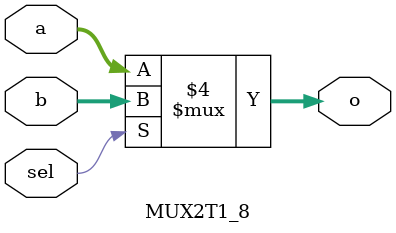
<source format=v>
`timescale 1ns / 1ps
module MUX2T1_8(input[7:0]a,
					 input[7:0]b,
					 input sel,
					 output reg[7:0]o
					 );
	always@*begin
		if(sel == 1) o <= b;
		else o <= a;
	end
endmodule

</source>
